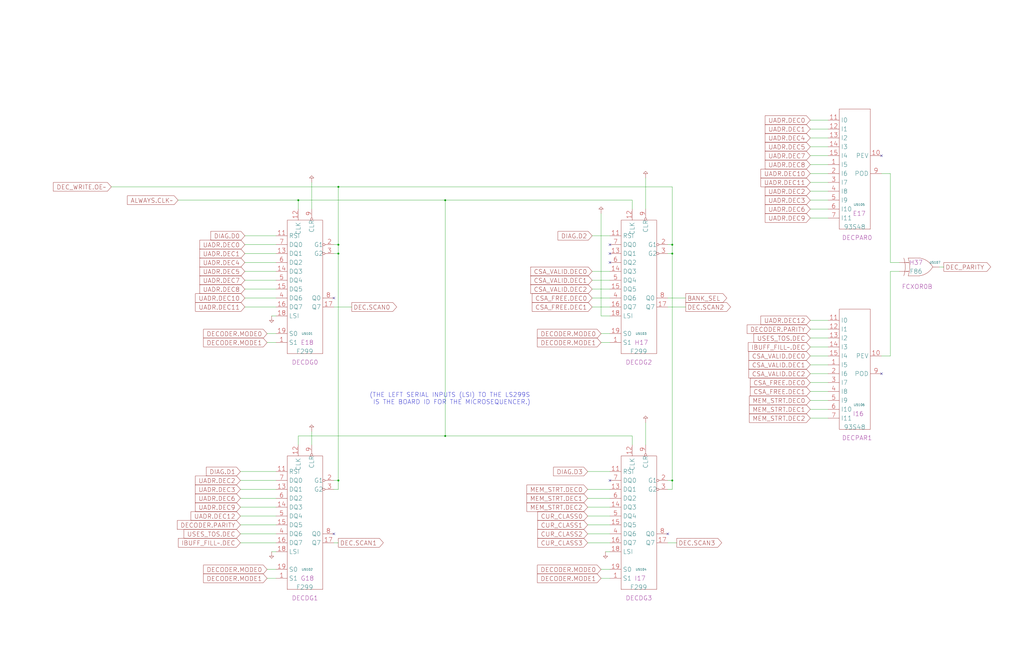
<source format=kicad_sch>
(kicad_sch (version 20221206) (generator eeschema)
  (paper "User" 584.2 378.46)
  (title_block (title "DIAGNOSTIC DECODER INPUT") (date "22-MAY-90") (rev "1.0") (comment 1 "SEQUENCER") (comment 2 "232-003064") (comment 3 "S400") (comment 4 "RELEASED"))
  (lib_symbols
    (symbol "r1000:93S48" (pin_names (offset 1.016))
      (property "Reference" "U" (at 2.54 5.08 0))
      (property "Value" "93S48" (at -6.35 -7.62 0))
      (property "Location" "___" (at -1.27 0 0))
      (property "Name" "______" (at 1.27 -15.24 0))
      (symbol "93S48_1_1"
        (rectangle (start -8.89 59.69) (end 8.89 -8.89))
        (pin input line (at -15.24 27.94 0) (length 6.35) (name "I5") (number "1"))
        (pin output line (at 15.24 33.02 180) (length 6.35) (name "PEV") (number "10"))
        (pin input line (at -15.24 53.34 0) (length 6.35) (name "I0") (number "11"))
        (pin input line (at -15.24 48.26 0) (length 6.35) (name "I1") (number "12"))
        (pin input line (at -15.24 43.18 0) (length 6.35) (name "I2") (number "13"))
        (pin input line (at -15.24 38.1 0) (length 6.35) (name "I3") (number "14"))
        (pin input line (at -15.24 33.02 0) (length 6.35) (name "I4") (number "15"))
        (pin input line (at -15.24 22.86 0) (length 6.35) (name "I6") (number "2"))
        (pin input line (at -15.24 17.78 0) (length 6.35) (name "I7") (number "3"))
        (pin input line (at -15.24 12.7 0) (length 6.35) (name "I8") (number "4"))
        (pin input line (at -15.24 7.62 0) (length 6.35) (name "I9") (number "5"))
        (pin input line (at -15.24 2.54 0) (length 6.35) (name "I10") (number "6"))
        (pin input line (at -15.24 -2.54 0) (length 6.35) (name "I11") (number "7"))
        (pin output line (at 15.24 22.86 180) (length 6.35) (name "POD") (number "9"))
      )
    )
    (symbol "r1000:F299" (pin_names (offset 1.016))
      (property "Reference" "U" (at 2.54 5.08 0))
      (property "Value" "F299" (at -3.81 -5.08 0))
      (property "Location" "___" (at -1.27 0 0))
      (property "Name" "______" (at 1.27 -12.7 0))
      (symbol "F299_1_1"
        (rectangle (start -8.89 69.85) (end 11.43 -6.35))
        (circle (center 5.08 70.485) (radius 0.635))
        (circle (center 12.065 50.8) (radius 0.635))
        (circle (center 12.065 55.88) (radius 0.635))
        (pin input line (at -15.24 0 0) (length 6.35) (name "S1") (number "1"))
        (pin input line (at -15.24 60.96 0) (length 6.35) (name "RSI") (number "11"))
        (pin input line (at -2.54 76.2 270) (length 6.35) (name "CLK") (number "12"))
        (pin bidirectional line (at -15.24 50.8 0) (length 6.35) (name "DQ1") (number "13"))
        (pin bidirectional line (at -15.24 40.64 0) (length 6.35) (name "DQ3") (number "14"))
        (pin bidirectional line (at -15.24 30.48 0) (length 6.35) (name "DQ5") (number "15"))
        (pin bidirectional line (at -15.24 20.32 0) (length 6.35) (name "DQ7") (number "16"))
        (pin output line (at 17.78 20.32 180) (length 6.35) (name "Q7") (number "17"))
        (pin input line (at -15.24 15.24 0) (length 6.35) (name "LSI") (number "18"))
        (pin input line (at -15.24 5.08 0) (length 6.35) (name "S0") (number "19"))
        (pin input line (at 17.78 55.88 180) (length 5.08) (name "G1") (number "2"))
        (pin input line (at 17.78 50.8 180) (length 5.08) (name "G2") (number "3"))
        (pin bidirectional line (at -15.24 25.4 0) (length 6.35) (name "DQ6") (number "4"))
        (pin bidirectional line (at -15.24 35.56 0) (length 6.35) (name "DQ4") (number "5"))
        (pin bidirectional line (at -15.24 45.72 0) (length 6.35) (name "DQ2") (number "6"))
        (pin bidirectional line (at -15.24 55.88 0) (length 6.35) (name "DQ0") (number "7"))
        (pin output line (at 17.78 25.4 180) (length 6.35) (name "Q0") (number "8"))
        (pin input line (at 5.08 76.2 270) (length 5.08) (name "CLR") (number "9"))
      )
    )
    (symbol "r1000:F86" (pin_numbers hide) (pin_names hide)
      (property "Reference" "U" (at 12.7 2.54 0))
      (property "Value" "F86" (at 1.905 -2.54 0))
      (property "Location" "___" (at 1.905 2.54 0))
      (property "Name" "______" (at 2.54 -12.7 0))
      (symbol "F86_0_0"
        (arc (start -5.0873 -5.08) (mid -4.2626 0) (end -5.0873 5.08) (stroke (width 0.1524)))
        (arc (start -2.5473 -5.08) (mid -1.7226 0) (end -2.5473 5.08) (stroke (width 0.1524)))
        (polyline (pts (xy -2.54 -5.08) (xy 3.81 -5.08)) (stroke (width 0.1524)))
        (polyline (pts (xy -2.54 5.08) (xy 3.81 5.08)) (stroke (width 0.1524)))
        (arc (start 3.81 -5.08) (mid 8.2204 -3.4405) (end 11.43 0) (stroke (width 0.1524)))
        (arc (start 11.43 0) (mid 8.2216 3.4424) (end 3.81 5.08) (stroke (width 0.1524)))
      )
      (symbol "F86_0_1"
        (polyline (pts (xy -3.81 -2.54) (xy -1.905 -2.54)) (stroke (width 0.1524)))
        (polyline (pts (xy -3.81 2.54) (xy -1.905 2.54)) (stroke (width 0.1524)))
        (polyline (pts (xy 12.7 0) (xy 11.43 0)) (stroke (width 0.1524)))
      )
      (symbol "F86_1_1"
        (pin input line (at -7.62 2.54 0) (length 5.08) (name "D0") (number "1"))
        (pin input line (at -7.62 -2.54 0) (length 5.08) (name "D1") (number "2"))
        (pin output line (at 15.24 0 180) (length 2.54) (name "Q") (number "3"))
      )
    )
    (symbol "r1000:PD" (power) (pin_numbers hide) (pin_names hide) (in_bom no)
      (symbol "PD_0_1"
        (polyline (pts (xy 0 -2.54) (xy 1.27 -2.54) (xy 0 -3.81) (xy -1.27 -2.54) (xy 0 -2.54)) (stroke (width 0.1524)))
      )
      (symbol "PD_1_1"
        (pin power_in line (at 0 0 270) (length 2.54) (name "PD") (number "1"))
      )
    )
    (symbol "r1000:PU" (power) (pin_numbers hide) (pin_names hide)
      (symbol "PU_0_1"
        (polyline (pts (xy 0 2.54) (xy -1.27 2.54) (xy 0 3.81) (xy 1.27 2.54) (xy 0 2.54)) (stroke (width 0.1524)))
      )
      (symbol "PU_1_1"
        (pin power_in line (at 0 0 90) (length 2.54) (name "PU") (number "1"))
      )
    )
  )
  (junction (at 383.54 139.7))
  (junction (at 170.18 114.3))
  (junction (at 193.04 106.68))
  (junction (at 193.04 274.32))
  (junction (at 193.04 139.7))
  (junction (at 254 114.3))
  (junction (at 254 248.92))
  (junction (at 193.04 144.78))
  (junction (at 383.54 274.32))
  (junction (at 383.54 144.78))
  (no_connect (at 347.98 144.78))
  (no_connect (at 381 304.8))
  (no_connect (at 502.92 88.9))
  (no_connect (at 190.5 170.18))
  (no_connect (at 347.98 149.86))
  (no_connect (at 347.98 274.32))
  (no_connect (at 347.98 139.7))
  (no_connect (at 190.5 304.8))
  (no_connect (at 502.92 213.36))
  (wire (pts (xy 154.94 314.96) (xy 157.48 314.96)))
  (wire (pts (xy 462.28 114.3) (xy 472.44 114.3)))
  (wire (pts (xy 139.7 165.1) (xy 157.48 165.1)))
  (wire (pts (xy 462.28 124.46) (xy 472.44 124.46)))
  (wire (pts (xy 381 309.88) (xy 386.08 309.88)))
  (wire (pts (xy 342.9 121.92) (xy 342.9 180.34)))
  (wire (pts (xy 193.04 279.4) (xy 190.5 279.4)))
  (wire (pts (xy 335.28 269.24) (xy 347.98 269.24)))
  (wire (pts (xy 342.9 330.2) (xy 347.98 330.2)))
  (wire (pts (xy 508 203.2) (xy 508 154.94)))
  (wire (pts (xy 462.28 88.9) (xy 472.44 88.9)))
  (wire (pts (xy 154.94 180.34) (xy 157.48 180.34)))
  (wire (pts (xy 502.92 99.06) (xy 508 99.06)))
  (wire (pts (xy 383.54 139.7) (xy 383.54 106.68)))
  (wire (pts (xy 139.7 144.78) (xy 157.48 144.78)))
  (wire (pts (xy 193.04 106.68) (xy 193.04 139.7)))
  (wire (pts (xy 462.28 104.14) (xy 472.44 104.14)))
  (wire (pts (xy 139.7 154.94) (xy 157.48 154.94)))
  (wire (pts (xy 383.54 144.78) (xy 383.54 139.7)))
  (wire (pts (xy 337.82 134.62) (xy 347.98 134.62)))
  (wire (pts (xy 137.16 269.24) (xy 157.48 269.24)))
  (wire (pts (xy 462.28 78.74) (xy 472.44 78.74)))
  (wire (pts (xy 462.28 83.82) (xy 472.44 83.82)))
  (wire (pts (xy 508 154.94) (xy 513.08 154.94)))
  (wire (pts (xy 254 114.3) (xy 254 248.92)))
  (wire (pts (xy 190.5 144.78) (xy 193.04 144.78)))
  (wire (pts (xy 193.04 144.78) (xy 193.04 274.32)))
  (wire (pts (xy 462.28 228.6) (xy 472.44 228.6)))
  (wire (pts (xy 335.28 279.4) (xy 347.98 279.4)))
  (wire (pts (xy 170.18 114.3) (xy 254 114.3)))
  (wire (pts (xy 335.28 294.64) (xy 347.98 294.64)))
  (wire (pts (xy 337.82 154.94) (xy 347.98 154.94)))
  (wire (pts (xy 337.82 160.02) (xy 347.98 160.02)))
  (wire (pts (xy 535.94 152.4) (xy 538.48 152.4)))
  (wire (pts (xy 170.18 254) (xy 170.18 248.92)))
  (wire (pts (xy 342.9 195.58) (xy 347.98 195.58)))
  (wire (pts (xy 139.7 170.18) (xy 157.48 170.18)))
  (wire (pts (xy 347.98 180.34) (xy 342.9 180.34)))
  (wire (pts (xy 462.28 187.96) (xy 472.44 187.96)))
  (wire (pts (xy 342.9 325.12) (xy 347.98 325.12)))
  (wire (pts (xy 137.16 309.88) (xy 157.48 309.88)))
  (wire (pts (xy 335.28 284.48) (xy 347.98 284.48)))
  (wire (pts (xy 152.4 325.12) (xy 157.48 325.12)))
  (wire (pts (xy 335.28 309.88) (xy 347.98 309.88)))
  (wire (pts (xy 508 149.86) (xy 513.08 149.86)))
  (wire (pts (xy 462.28 213.36) (xy 472.44 213.36)))
  (wire (pts (xy 381 175.26) (xy 391.16 175.26)))
  (wire (pts (xy 101.6 114.3) (xy 170.18 114.3)))
  (wire (pts (xy 139.7 134.62) (xy 157.48 134.62)))
  (wire (pts (xy 342.9 190.5) (xy 347.98 190.5)))
  (wire (pts (xy 462.28 73.66) (xy 472.44 73.66)))
  (wire (pts (xy 190.5 274.32) (xy 193.04 274.32)))
  (wire (pts (xy 193.04 106.68) (xy 383.54 106.68)))
  (wire (pts (xy 381 144.78) (xy 383.54 144.78)))
  (wire (pts (xy 137.16 299.72) (xy 157.48 299.72)))
  (wire (pts (xy 254 114.3) (xy 360.68 114.3)))
  (wire (pts (xy 137.16 294.64) (xy 157.48 294.64)))
  (wire (pts (xy 462.28 198.12) (xy 472.44 198.12)))
  (wire (pts (xy 508 99.06) (xy 508 149.86)))
  (wire (pts (xy 137.16 274.32) (xy 157.48 274.32)))
  (wire (pts (xy 177.8 246.38) (xy 177.8 254)))
  (wire (pts (xy 502.92 203.2) (xy 508 203.2)))
  (wire (pts (xy 462.28 93.98) (xy 472.44 93.98)))
  (wire (pts (xy 193.04 139.7) (xy 193.04 144.78)))
  (wire (pts (xy 462.28 182.88) (xy 472.44 182.88)))
  (wire (pts (xy 335.28 289.56) (xy 347.98 289.56)))
  (wire (pts (xy 337.82 175.26) (xy 347.98 175.26)))
  (wire (pts (xy 360.68 248.92) (xy 360.68 254)))
  (wire (pts (xy 462.28 218.44) (xy 472.44 218.44)))
  (wire (pts (xy 462.28 208.28) (xy 472.44 208.28)))
  (wire (pts (xy 462.28 68.58) (xy 472.44 68.58)))
  (wire (pts (xy 137.16 279.4) (xy 157.48 279.4)))
  (wire (pts (xy 190.5 175.26) (xy 200.66 175.26)))
  (wire (pts (xy 462.28 238.76) (xy 472.44 238.76)))
  (wire (pts (xy 139.7 160.02) (xy 157.48 160.02)))
  (wire (pts (xy 381 139.7) (xy 383.54 139.7)))
  (wire (pts (xy 193.04 274.32) (xy 193.04 279.4)))
  (wire (pts (xy 462.28 99.06) (xy 472.44 99.06)))
  (wire (pts (xy 462.28 223.52) (xy 472.44 223.52)))
  (wire (pts (xy 139.7 175.26) (xy 157.48 175.26)))
  (wire (pts (xy 137.16 304.8) (xy 157.48 304.8)))
  (wire (pts (xy 137.16 284.48) (xy 157.48 284.48)))
  (wire (pts (xy 337.82 165.1) (xy 347.98 165.1)))
  (wire (pts (xy 368.3 241.3) (xy 368.3 254)))
  (wire (pts (xy 139.7 149.86) (xy 157.48 149.86)))
  (wire (pts (xy 335.28 299.72) (xy 347.98 299.72)))
  (wire (pts (xy 462.28 119.38) (xy 472.44 119.38)))
  (wire (pts (xy 152.4 330.2) (xy 157.48 330.2)))
  (wire (pts (xy 383.54 274.32) (xy 383.54 144.78)))
  (wire (pts (xy 381 170.18) (xy 391.16 170.18)))
  (wire (pts (xy 152.4 190.5) (xy 157.48 190.5)))
  (wire (pts (xy 368.3 101.6) (xy 368.3 119.38)))
  (wire (pts (xy 190.5 139.7) (xy 193.04 139.7)))
  (wire (pts (xy 381 279.4) (xy 383.54 279.4)))
  (wire (pts (xy 337.82 170.18) (xy 347.98 170.18)))
  (wire (pts (xy 137.16 289.56) (xy 157.48 289.56)))
  (wire (pts (xy 462.28 233.68) (xy 472.44 233.68)))
  (wire (pts (xy 345.44 314.96) (xy 347.98 314.96)))
  (wire (pts (xy 462.28 203.2) (xy 472.44 203.2)))
  (wire (pts (xy 190.5 309.88) (xy 193.04 309.88)))
  (wire (pts (xy 462.28 109.22) (xy 472.44 109.22)))
  (wire (pts (xy 381 274.32) (xy 383.54 274.32)))
  (wire (pts (xy 177.8 104.14) (xy 177.8 119.38)))
  (wire (pts (xy 360.68 119.38) (xy 360.68 114.3)))
  (wire (pts (xy 383.54 279.4) (xy 383.54 274.32)))
  (wire (pts (xy 152.4 195.58) (xy 157.48 195.58)))
  (wire (pts (xy 170.18 248.92) (xy 254 248.92)))
  (wire (pts (xy 254 248.92) (xy 360.68 248.92)))
  (wire (pts (xy 335.28 304.8) (xy 347.98 304.8)))
  (wire (pts (xy 462.28 193.04) (xy 472.44 193.04)))
  (wire (pts (xy 63.5 106.68) (xy 193.04 106.68)))
  (wire (pts (xy 170.18 114.3) (xy 170.18 119.38)))
  (wire (pts (xy 139.7 139.7) (xy 157.48 139.7)))
  (text "(THE LEFT SERIAL INPUTS (LSI) TO THE LS299S\n IS THE BOARD ID FOR THE MICROSEQUENCER.)" (at 210.82 231.14 0) (effects (font (size 2.54 2.54)) (justify left bottom)))
  (global_label "DECODER.MODE0" (shape input) (at 152.4 190.5 180) (effects (font (size 2.54 2.54))) (property "Intersheetrefs" "${INTERSHEET_REFS}" (at 116.1264 190.3413 0) (effects (font (size 1.905 1.905)) (justify right))))
  (global_label "ALWAYS.CLK~" (shape input) (at 101.6 114.3 180) (effects (font (size 2.54 2.54))) (property "Intersheetrefs" "${INTERSHEET_REFS}" (at 66.5359 114.1413 0) (effects (font (size 1.905 1.905)) (justify right))))
  (global_label "UADR.DEC1" (shape input) (at 462.28 73.66 180) (effects (font (size 2.54 2.54))) (property "Intersheetrefs" "${INTERSHEET_REFS}" (at 436.5292 73.5013 0) (effects (font (size 1.905 1.905)) (justify right))))
  (global_label "UADR.DEC12" (shape input) (at 462.28 182.88 180) (effects (font (size 2.54 2.54))) (property "Intersheetrefs" "${INTERSHEET_REFS}" (at 434.1102 182.7213 0) (effects (font (size 1.905 1.905)) (justify right))))
  (global_label "DEC.SCAN0" (shape output) (at 200.66 175.26 0) (effects (font (size 2.54 2.54))) (property "Intersheetrefs" "${INTERSHEET_REFS}" (at 226.2898 175.1013 0) (effects (font (size 1.905 1.905)) (justify left))))
  (global_label "UADR.DEC5" (shape input) (at 462.28 83.82 180) (effects (font (size 2.54 2.54))) (property "Intersheetrefs" "${INTERSHEET_REFS}" (at 436.5292 83.6613 0) (effects (font (size 1.905 1.905)) (justify right))))
  (global_label "DEC_PARITY" (shape output) (at 538.48 152.4 0) (effects (font (size 2.54 2.54))) (property "Intersheetrefs" "${INTERSHEET_REFS}" (at 565.1984 152.2413 0) (effects (font (size 1.905 1.905)) (justify left))))
  (global_label "UADR.DEC3" (shape input) (at 137.16 279.4 180) (effects (font (size 2.54 2.54))) (property "Intersheetrefs" "${INTERSHEET_REFS}" (at 111.4092 279.2413 0) (effects (font (size 1.905 1.905)) (justify right))))
  (global_label "CUR_CLASS1" (shape input) (at 335.28 299.72 180) (effects (font (size 2.54 2.54))) (property "Intersheetrefs" "${INTERSHEET_REFS}" (at 306.7473 299.5613 0) (effects (font (size 1.905 1.905)) (justify right))))
  (global_label "UADR.DEC10" (shape input) (at 139.7 170.18 180) (effects (font (size 2.54 2.54))) (property "Intersheetrefs" "${INTERSHEET_REFS}" (at 113.9492 170.0213 0) (effects (font (size 1.905 1.905)) (justify right))))
  (global_label "DEC.SCAN1" (shape output) (at 193.04 309.88 0) (effects (font (size 2.54 2.54))) (property "Intersheetrefs" "${INTERSHEET_REFS}" (at 218.6698 309.7213 0) (effects (font (size 1.905 1.905)) (justify left))))
  (global_label "CSA_VALID.DEC0" (shape input) (at 337.82 154.94 180) (effects (font (size 2.54 2.54))) (property "Intersheetrefs" "${INTERSHEET_REFS}" (at 302.7559 154.7813 0) (effects (font (size 1.905 1.905)) (justify right))))
  (global_label "DEC_WRITE.OE~" (shape input) (at 63.5 106.68 180) (effects (font (size 2.54 2.54))) (property "Intersheetrefs" "${INTERSHEET_REFS}" (at 30.4921 106.5213 0) (effects (font (size 1.905 1.905)) (justify right))))
  (global_label "USES_TOS.DEC" (shape input) (at 137.16 304.8 180) (effects (font (size 2.54 2.54))) (property "Intersheetrefs" "${INTERSHEET_REFS}" (at 104.9988 304.6413 0) (effects (font (size 1.905 1.905)) (justify right))))
  (global_label "DECODER.PARITY" (shape input) (at 137.16 299.72 180) (effects (font (size 2.54 2.54))) (property "Intersheetrefs" "${INTERSHEET_REFS}" (at 101.1283 299.5613 0) (effects (font (size 1.905 1.905)) (justify right))))
  (global_label "CSA_FREE.DEC0" (shape input) (at 337.82 170.18 180) (effects (font (size 2.54 2.54))) (property "Intersheetrefs" "${INTERSHEET_REFS}" (at 303.6026 170.0213 0) (effects (font (size 1.905 1.905)) (justify right))))
  (global_label "CUR_CLASS0" (shape input) (at 335.28 294.64 180) (effects (font (size 2.54 2.54))) (property "Intersheetrefs" "${INTERSHEET_REFS}" (at 306.7473 294.4813 0) (effects (font (size 1.905 1.905)) (justify right))))
  (global_label "DECODER.MODE1" (shape input) (at 152.4 195.58 180) (effects (font (size 2.54 2.54))) (property "Intersheetrefs" "${INTERSHEET_REFS}" (at 116.1264 195.4213 0) (effects (font (size 1.905 1.905)) (justify right))))
  (global_label "DECODER.MODE0" (shape input) (at 342.9 190.5 180) (effects (font (size 2.54 2.54))) (property "Intersheetrefs" "${INTERSHEET_REFS}" (at 306.6264 190.3413 0) (effects (font (size 1.905 1.905)) (justify right))))
  (global_label "UADR.DEC4" (shape input) (at 139.7 149.86 180) (effects (font (size 2.54 2.54))) (property "Intersheetrefs" "${INTERSHEET_REFS}" (at 113.9492 149.7013 0) (effects (font (size 1.905 1.905)) (justify right))))
  (global_label "UADR.DEC0" (shape input) (at 462.28 68.58 180) (effects (font (size 2.54 2.54))) (property "Intersheetrefs" "${INTERSHEET_REFS}" (at 436.5292 68.4213 0) (effects (font (size 1.905 1.905)) (justify right))))
  (global_label "UADR.DEC1" (shape input) (at 139.7 144.78 180) (effects (font (size 2.54 2.54))) (property "Intersheetrefs" "${INTERSHEET_REFS}" (at 113.9492 144.6213 0) (effects (font (size 1.905 1.905)) (justify right))))
  (global_label "UADR.DEC2" (shape input) (at 137.16 274.32 180) (effects (font (size 2.54 2.54))) (property "Intersheetrefs" "${INTERSHEET_REFS}" (at 111.4092 274.1613 0) (effects (font (size 1.905 1.905)) (justify right))))
  (global_label "UADR.DEC8" (shape input) (at 139.7 165.1 180) (effects (font (size 2.54 2.54))) (property "Intersheetrefs" "${INTERSHEET_REFS}" (at 113.9492 164.9413 0) (effects (font (size 1.905 1.905)) (justify right))))
  (global_label "UADR.DEC5" (shape input) (at 139.7 154.94 180) (effects (font (size 2.54 2.54))) (property "Intersheetrefs" "${INTERSHEET_REFS}" (at 113.9492 154.7813 0) (effects (font (size 1.905 1.905)) (justify right))))
  (global_label "DIAG.D1" (shape input) (at 137.16 269.24 180) (effects (font (size 2.54 2.54))) (property "Intersheetrefs" "${INTERSHEET_REFS}" (at 117.6988 269.0813 0) (effects (font (size 1.905 1.905)) (justify right))))
  (global_label "UADR.DEC12" (shape input) (at 137.16 294.64 180) (effects (font (size 2.54 2.54))) (property "Intersheetrefs" "${INTERSHEET_REFS}" (at 108.9902 294.4813 0) (effects (font (size 1.905 1.905)) (justify right))))
  (global_label "CSA_VALID.DEC0" (shape input) (at 462.28 203.2 180) (effects (font (size 2.54 2.54))) (property "Intersheetrefs" "${INTERSHEET_REFS}" (at 427.2159 203.0413 0) (effects (font (size 1.905 1.905)) (justify right))))
  (global_label "CSA_VALID.DEC1" (shape input) (at 462.28 208.28 180) (effects (font (size 2.54 2.54))) (property "Intersheetrefs" "${INTERSHEET_REFS}" (at 427.2159 208.1213 0) (effects (font (size 1.905 1.905)) (justify right))))
  (global_label "MEM_STRT.DEC0" (shape input) (at 335.28 279.4 180) (effects (font (size 2.54 2.54))) (property "Intersheetrefs" "${INTERSHEET_REFS}" (at 300.5788 279.2413 0) (effects (font (size 1.905 1.905)) (justify right))))
  (global_label "CSA_VALID.DEC2" (shape input) (at 462.28 213.36 180) (effects (font (size 2.54 2.54))) (property "Intersheetrefs" "${INTERSHEET_REFS}" (at 427.2159 213.2013 0) (effects (font (size 1.905 1.905)) (justify right))))
  (global_label "BANK_SEL" (shape output) (at 391.16 170.18 0) (effects (font (size 2.54 2.54))) (property "Intersheetrefs" "${INTERSHEET_REFS}" (at 414.6127 170.0213 0) (effects (font (size 1.905 1.905)) (justify left))))
  (global_label "CSA_VALID.DEC2" (shape input) (at 337.82 165.1 180) (effects (font (size 2.54 2.54))) (property "Intersheetrefs" "${INTERSHEET_REFS}" (at 302.7559 164.9413 0) (effects (font (size 1.905 1.905)) (justify right))))
  (global_label "DIAG.D0" (shape input) (at 139.7 134.62 180) (effects (font (size 2.54 2.54))) (property "Intersheetrefs" "${INTERSHEET_REFS}" (at 120.2388 134.4613 0) (effects (font (size 1.905 1.905)) (justify right))))
  (global_label "UADR.DEC3" (shape input) (at 462.28 114.3 180) (effects (font (size 2.54 2.54))) (property "Intersheetrefs" "${INTERSHEET_REFS}" (at 436.5292 114.1413 0) (effects (font (size 1.905 1.905)) (justify right))))
  (global_label "DECODER.MODE0" (shape input) (at 342.9 325.12 180) (effects (font (size 2.54 2.54))) (property "Intersheetrefs" "${INTERSHEET_REFS}" (at 306.6264 324.9613 0) (effects (font (size 1.905 1.905)) (justify right))))
  (global_label "DIAG.D2" (shape input) (at 337.82 134.62 180) (effects (font (size 2.54 2.54))) (property "Intersheetrefs" "${INTERSHEET_REFS}" (at 318.3588 134.4613 0) (effects (font (size 1.905 1.905)) (justify right))))
  (global_label "UADR.DEC6" (shape input) (at 137.16 284.48 180) (effects (font (size 2.54 2.54))) (property "Intersheetrefs" "${INTERSHEET_REFS}" (at 111.4092 284.3213 0) (effects (font (size 1.905 1.905)) (justify right))))
  (global_label "DECODER.PARITY" (shape input) (at 462.28 187.96 180) (effects (font (size 2.54 2.54))) (property "Intersheetrefs" "${INTERSHEET_REFS}" (at 426.2483 187.8013 0) (effects (font (size 1.905 1.905)) (justify right))))
  (global_label "MEM_STRT.DEC1" (shape input) (at 462.28 233.68 180) (effects (font (size 2.54 2.54))) (property "Intersheetrefs" "${INTERSHEET_REFS}" (at 427.5788 233.5213 0) (effects (font (size 1.905 1.905)) (justify right))))
  (global_label "UADR.DEC0" (shape input) (at 139.7 139.7 180) (effects (font (size 2.54 2.54))) (property "Intersheetrefs" "${INTERSHEET_REFS}" (at 113.9492 139.5413 0) (effects (font (size 1.905 1.905)) (justify right))))
  (global_label "DEC.SCAN3" (shape output) (at 386.08 309.88 0) (effects (font (size 2.54 2.54))) (property "Intersheetrefs" "${INTERSHEET_REFS}" (at 411.7098 309.7213 0) (effects (font (size 1.905 1.905)) (justify left))))
  (global_label "UADR.DEC8" (shape input) (at 462.28 93.98 180) (effects (font (size 2.54 2.54))) (property "Intersheetrefs" "${INTERSHEET_REFS}" (at 436.5292 93.8213 0) (effects (font (size 1.905 1.905)) (justify right))))
  (global_label "DECODER.MODE1" (shape input) (at 342.9 195.58 180) (effects (font (size 2.54 2.54))) (property "Intersheetrefs" "${INTERSHEET_REFS}" (at 306.6264 195.4213 0) (effects (font (size 1.905 1.905)) (justify right))))
  (global_label "MEM_STRT.DEC0" (shape input) (at 462.28 228.6 180) (effects (font (size 2.54 2.54))) (property "Intersheetrefs" "${INTERSHEET_REFS}" (at 427.5788 228.4413 0) (effects (font (size 1.905 1.905)) (justify right))))
  (global_label "UADR.DEC2" (shape input) (at 462.28 109.22 180) (effects (font (size 2.54 2.54))) (property "Intersheetrefs" "${INTERSHEET_REFS}" (at 436.5292 109.0613 0) (effects (font (size 1.905 1.905)) (justify right))))
  (global_label "UADR.DEC11" (shape input) (at 462.28 104.14 180) (effects (font (size 2.54 2.54))) (property "Intersheetrefs" "${INTERSHEET_REFS}" (at 436.5292 103.9813 0) (effects (font (size 1.905 1.905)) (justify right))))
  (global_label "USES_TOS.DEC" (shape input) (at 462.28 193.04 180) (effects (font (size 2.54 2.54))) (property "Intersheetrefs" "${INTERSHEET_REFS}" (at 430.1188 192.8813 0) (effects (font (size 1.905 1.905)) (justify right))))
  (global_label "UADR.DEC6" (shape input) (at 462.28 119.38 180) (effects (font (size 2.54 2.54))) (property "Intersheetrefs" "${INTERSHEET_REFS}" (at 436.5292 119.2213 0) (effects (font (size 1.905 1.905)) (justify right))))
  (global_label "UADR.DEC4" (shape input) (at 462.28 78.74 180) (effects (font (size 2.54 2.54))) (property "Intersheetrefs" "${INTERSHEET_REFS}" (at 436.5292 78.5813 0) (effects (font (size 1.905 1.905)) (justify right))))
  (global_label "CSA_VALID.DEC1" (shape input) (at 337.82 160.02 180) (effects (font (size 2.54 2.54))) (property "Intersheetrefs" "${INTERSHEET_REFS}" (at 302.7559 159.8613 0) (effects (font (size 1.905 1.905)) (justify right))))
  (global_label "UADR.DEC7" (shape input) (at 139.7 160.02 180) (effects (font (size 2.54 2.54))) (property "Intersheetrefs" "${INTERSHEET_REFS}" (at 113.9492 159.8613 0) (effects (font (size 1.905 1.905)) (justify right))))
  (global_label "CSA_FREE.DEC1" (shape input) (at 462.28 223.52 180) (effects (font (size 2.54 2.54))) (property "Intersheetrefs" "${INTERSHEET_REFS}" (at 428.0626 223.3613 0) (effects (font (size 1.905 1.905)) (justify right))))
  (global_label "CSA_FREE.DEC0" (shape input) (at 462.28 218.44 180) (effects (font (size 2.54 2.54))) (property "Intersheetrefs" "${INTERSHEET_REFS}" (at 428.0626 218.2813 0) (effects (font (size 1.905 1.905)) (justify right))))
  (global_label "DEC.SCAN2" (shape output) (at 391.16 175.26 0) (effects (font (size 2.54 2.54))) (property "Intersheetrefs" "${INTERSHEET_REFS}" (at 416.7898 175.1013 0) (effects (font (size 1.905 1.905)) (justify left))))
  (global_label "UADR.DEC10" (shape input) (at 462.28 99.06 180) (effects (font (size 2.54 2.54))) (property "Intersheetrefs" "${INTERSHEET_REFS}" (at 436.5292 98.9013 0) (effects (font (size 1.905 1.905)) (justify right))))
  (global_label "MEM_STRT.DEC1" (shape input) (at 335.28 284.48 180) (effects (font (size 2.54 2.54))) (property "Intersheetrefs" "${INTERSHEET_REFS}" (at 300.5788 284.3213 0) (effects (font (size 1.905 1.905)) (justify right))))
  (global_label "IBUFF_FILL~.DEC" (shape input) (at 462.28 198.12 180) (effects (font (size 2.54 2.54))) (property "Intersheetrefs" "${INTERSHEET_REFS}" (at 426.853 197.9613 0) (effects (font (size 1.905 1.905)) (justify right))))
  (global_label "UADR.DEC9" (shape input) (at 137.16 289.56 180) (effects (font (size 2.54 2.54))) (property "Intersheetrefs" "${INTERSHEET_REFS}" (at 111.4092 289.4013 0) (effects (font (size 1.905 1.905)) (justify right))))
  (global_label "UADR.DEC9" (shape input) (at 462.28 124.46 180) (effects (font (size 2.54 2.54))) (property "Intersheetrefs" "${INTERSHEET_REFS}" (at 436.5292 124.3013 0) (effects (font (size 1.905 1.905)) (justify right))))
  (global_label "DECODER.MODE1" (shape input) (at 152.4 330.2 180) (effects (font (size 2.54 2.54))) (property "Intersheetrefs" "${INTERSHEET_REFS}" (at 116.1264 330.0413 0) (effects (font (size 1.905 1.905)) (justify right))))
  (global_label "CSA_FREE.DEC1" (shape input) (at 337.82 175.26 180) (effects (font (size 2.54 2.54))) (property "Intersheetrefs" "${INTERSHEET_REFS}" (at 303.6026 175.1013 0) (effects (font (size 1.905 1.905)) (justify right))))
  (global_label "MEM_STRT.DEC2" (shape input) (at 462.28 238.76 180) (effects (font (size 2.54 2.54))) (property "Intersheetrefs" "${INTERSHEET_REFS}" (at 427.5788 238.6013 0) (effects (font (size 1.905 1.905)) (justify right))))
  (global_label "UADR.DEC7" (shape input) (at 462.28 88.9 180) (effects (font (size 2.54 2.54))) (property "Intersheetrefs" "${INTERSHEET_REFS}" (at 436.5292 88.7413 0) (effects (font (size 1.905 1.905)) (justify right))))
  (global_label "DECODER.MODE0" (shape input) (at 152.4 325.12 180) (effects (font (size 2.54 2.54))) (property "Intersheetrefs" "${INTERSHEET_REFS}" (at 116.1264 324.9613 0) (effects (font (size 1.905 1.905)) (justify right))))
  (global_label "IBUFF_FILL~.DEC" (shape input) (at 137.16 309.88 180) (effects (font (size 2.54 2.54))) (property "Intersheetrefs" "${INTERSHEET_REFS}" (at 101.733 309.7213 0) (effects (font (size 1.905 1.905)) (justify right))))
  (global_label "MEM_STRT.DEC2" (shape input) (at 335.28 289.56 180) (effects (font (size 2.54 2.54))) (property "Intersheetrefs" "${INTERSHEET_REFS}" (at 300.5788 289.4013 0) (effects (font (size 1.905 1.905)) (justify right))))
  (global_label "CUR_CLASS3" (shape input) (at 335.28 309.88 180) (effects (font (size 2.54 2.54))) (property "Intersheetrefs" "${INTERSHEET_REFS}" (at 306.7473 309.7213 0) (effects (font (size 1.905 1.905)) (justify right))))
  (global_label "DECODER.MODE1" (shape input) (at 342.9 330.2 180) (effects (font (size 2.54 2.54))) (property "Intersheetrefs" "${INTERSHEET_REFS}" (at 306.6264 330.0413 0) (effects (font (size 1.905 1.905)) (justify right))))
  (global_label "UADR.DEC11" (shape input) (at 139.7 175.26 180) (effects (font (size 2.54 2.54))) (property "Intersheetrefs" "${INTERSHEET_REFS}" (at 113.9492 175.1013 0) (effects (font (size 1.905 1.905)) (justify right))))
  (global_label "DIAG.D3" (shape input) (at 335.28 269.24 180) (effects (font (size 2.54 2.54))) (property "Intersheetrefs" "${INTERSHEET_REFS}" (at 315.8188 269.0813 0) (effects (font (size 1.905 1.905)) (justify right))))
  (global_label "CUR_CLASS2" (shape input) (at 335.28 304.8 180) (effects (font (size 2.54 2.54))) (property "Intersheetrefs" "${INTERSHEET_REFS}" (at 306.7473 304.6413 0) (effects (font (size 1.905 1.905)) (justify right))))
  (symbol (lib_id "r1000:F86") (at 520.7 152.4 0) (unit 1)
    (property "Reference" "U5107" (at 533.4 149.86 0))
    (property "Value" "F86" (at 522.605 154.94 0) (effects (font (size 2.54 2.54))))
    (property "Location" "H37" (at 522.605 149.86 0) (effects (font (size 2.54 2.54))))
    (property "Name" "FCXOR0B" (at 523.24 165.1 0) (effects (font (size 2.54 2.54)) (justify bottom)))
  )
  (symbol (lib_id "r1000:PD") (at 345.44 314.96 0) (unit 1) (in_bom no)
    (property "Reference" "#PWR05105" (effects hide))
    (property "Value" "PD" (effects hide))
  )
  (symbol (lib_id "r1000:PD") (at 154.94 314.96 0) (unit 1) (in_bom no)
    (property "Reference" "#PWR0120" (effects hide))
    (property "Value" "PD" (effects hide))
  )
  (symbol (lib_id "r1000:F299") (at 363.22 330.2 0) (unit 1)
    (property "Reference" "U5104" (at 365.76 325.12 0))
    (property "Value" "F299" (at 359.41 335.28 0) (effects (font (size 2.54 2.54)) (justify left)))
    (property "Location" "I17" (at 361.95 330.2 0) (effects (font (size 2.54 2.54)) (justify left)))
    (property "Name" "DECDG3" (at 364.49 342.9 0) (effects (font (size 2.54 2.54)) (justify bottom)))
  )
  (symbol (lib_id "r1000:F299") (at 363.22 195.58 0) (unit 1)
    (property "Reference" "U5103" (at 365.76 190.5 0))
    (property "Value" "F299" (at 359.41 200.66 0) (effects (font (size 2.54 2.54)) (justify left)))
    (property "Location" "H17" (at 361.95 195.58 0) (effects (font (size 2.54 2.54)) (justify left)))
    (property "Name" "DECDG2" (at 364.49 208.28 0) (effects (font (size 2.54 2.54)) (justify bottom)))
  )
  (symbol (lib_id "r1000:93S48") (at 487.68 236.22 0) (unit 1)
    (property "Reference" "U5106" (at 490.22 231.14 0))
    (property "Value" "93S48" (at 481.33 243.84 0) (effects (font (size 2.54 2.54)) (justify left)))
    (property "Location" "I16" (at 486.41 236.22 0) (effects (font (size 2.54 2.54)) (justify left)))
    (property "Name" "DECPAR1" (at 488.95 251.46 0) (effects (font (size 2.54 2.54)) (justify bottom)))
  )
  (symbol (lib_id "r1000:F299") (at 172.72 195.58 0) (unit 1)
    (property "Reference" "U5101" (at 175.26 190.5 0))
    (property "Value" "F299" (at 168.91 200.66 0) (effects (font (size 2.54 2.54)) (justify left)))
    (property "Location" "E18" (at 171.45 195.58 0) (effects (font (size 2.54 2.54)) (justify left)))
    (property "Name" "DECDG0" (at 173.99 208.28 0) (effects (font (size 2.54 2.54)) (justify bottom)))
  )
  (symbol (lib_id "r1000:F299") (at 172.72 330.2 0) (unit 1)
    (property "Reference" "U5102" (at 175.26 325.12 0))
    (property "Value" "F299" (at 168.91 335.28 0) (effects (font (size 2.54 2.54)) (justify left)))
    (property "Location" "G18" (at 171.45 330.2 0) (effects (font (size 2.54 2.54)) (justify left)))
    (property "Name" "DECDG1" (at 173.99 342.9 0) (effects (font (size 2.54 2.54)) (justify bottom)))
  )
  (symbol (lib_id "r1000:PU") (at 177.8 246.38 0) (unit 1)
    (property "Reference" "#PWR05103" (effects hide))
    (property "Value" "PU" (effects hide))
  )
  (symbol (lib_id "r1000:PU") (at 177.8 104.14 0) (unit 1)
    (property "Reference" "#PWR05102" (effects hide))
    (property "Value" "PU" (effects hide))
  )
  (symbol (lib_id "r1000:PU") (at 368.3 241.3 0) (unit 1)
    (property "Reference" "#PWR05107" (effects hide))
    (property "Value" "PU" (effects hide))
  )
  (symbol (lib_id "r1000:PD") (at 154.94 180.34 0) (unit 1) (in_bom no)
    (property "Reference" "#PWR05101" (effects hide))
    (property "Value" "PD" (effects hide))
  )
  (symbol (lib_id "r1000:PU") (at 368.3 101.6 0) (unit 1)
    (property "Reference" "#PWR05106" (effects hide))
    (property "Value" "PU" (effects hide))
  )
  (symbol (lib_id "r1000:PU") (at 342.9 121.92 0) (unit 1)
    (property "Reference" "#PWR05104" (effects hide))
    (property "Value" "PU" (effects hide))
  )
  (symbol (lib_id "r1000:93S48") (at 487.68 121.92 0) (unit 1)
    (property "Reference" "U5105" (at 490.22 116.84 0))
    (property "Value" "93S48" (at 481.33 129.54 0) (effects (font (size 2.54 2.54)) (justify left)))
    (property "Location" "E17" (at 486.41 121.92 0) (effects (font (size 2.54 2.54)) (justify left)))
    (property "Name" "DECPAR0" (at 488.95 137.16 0) (effects (font (size 2.54 2.54)) (justify bottom)))
  )
)
</source>
